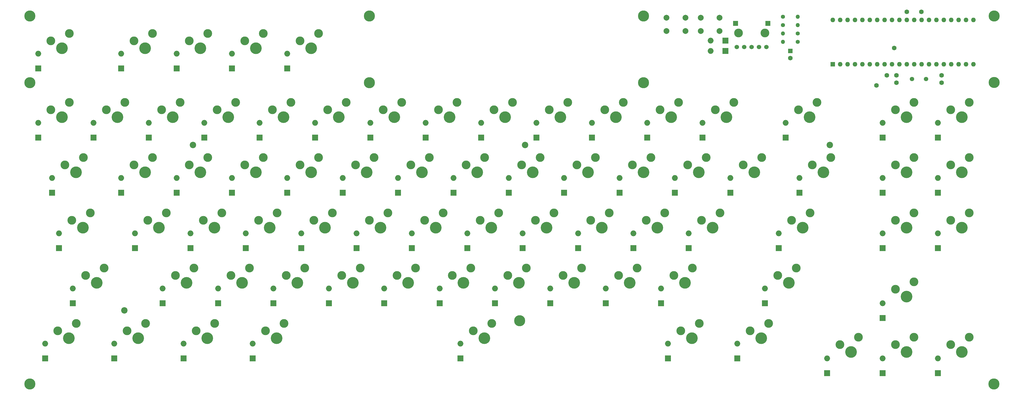
<source format=gbr>
%TF.GenerationSoftware,KiCad,Pcbnew,5.1.8*%
%TF.CreationDate,2021-03-07T21:10:39-03:00*%
%TF.ProjectId,undiscipline-noled,756e6469-7363-4697-906c-696e652d6e6f,rev?*%
%TF.SameCoordinates,Original*%
%TF.FileFunction,Soldermask,Bot*%
%TF.FilePolarity,Negative*%
%FSLAX46Y46*%
G04 Gerber Fmt 4.6, Leading zero omitted, Abs format (unit mm)*
G04 Created by KiCad (PCBNEW 5.1.8) date 2021-03-07 21:10:39*
%MOMM*%
%LPD*%
G01*
G04 APERTURE LIST*
%ADD10C,4.000000*%
%ADD11C,3.000000*%
%ADD12C,3.800000*%
%ADD13C,2.600000*%
%ADD14O,1.400000X1.400000*%
%ADD15C,1.400000*%
%ADD16O,1.600000X1.600000*%
%ADD17R,1.600000X1.600000*%
%ADD18R,1.700000X1.700000*%
%ADD19C,1.524000*%
%ADD20C,1.500000*%
%ADD21C,2.200000*%
%ADD22O,2.000000X2.000000*%
%ADD23R,2.000000X2.000000*%
%ADD24C,2.000000*%
%ADD25C,1.600000*%
G04 APERTURE END LIST*
D10*
%TO.C,SW75*%
X360750000Y-178750000D03*
D11*
X363290000Y-173670000D03*
X356940000Y-176210000D03*
%TD*%
D10*
%TO.C,SW74*%
X341750000Y-178750000D03*
D11*
X344290000Y-173670000D03*
X337940000Y-176210000D03*
%TD*%
D10*
%TO.C,SW73*%
X322750000Y-178750000D03*
D11*
X325290000Y-173670000D03*
X318940000Y-176210000D03*
%TD*%
D10*
%TO.C,SW72*%
X291875000Y-174000000D03*
D11*
X294415000Y-168920000D03*
X288065000Y-171460000D03*
%TD*%
D10*
%TO.C,SW71*%
X268125000Y-174000000D03*
D11*
X270665000Y-168920000D03*
X264315000Y-171460000D03*
%TD*%
D10*
%TO.C,SW70*%
X196875000Y-174000000D03*
D11*
X199415000Y-168920000D03*
X193065000Y-171460000D03*
%TD*%
D10*
%TO.C,SW69*%
X125625000Y-174000000D03*
D11*
X128165000Y-168920000D03*
X121815000Y-171460000D03*
%TD*%
D10*
%TO.C,SW68*%
X101875000Y-174000000D03*
D11*
X104415000Y-168920000D03*
X98065000Y-171460000D03*
%TD*%
D10*
%TO.C,SW67*%
X78125000Y-174000000D03*
D11*
X80665000Y-168920000D03*
X74315000Y-171460000D03*
%TD*%
D10*
%TO.C,SW66*%
X54375000Y-174000000D03*
D11*
X56915000Y-168920000D03*
X50565000Y-171460000D03*
%TD*%
D10*
%TO.C,SW65*%
X341750000Y-159750000D03*
D11*
X344290000Y-154670000D03*
X337940000Y-157210000D03*
%TD*%
D10*
%TO.C,SW64*%
X301375000Y-155000000D03*
D11*
X303915000Y-149920000D03*
X297565000Y-152460000D03*
%TD*%
D10*
%TO.C,SW63*%
X265750000Y-155000000D03*
D11*
X268290000Y-149920000D03*
X261940000Y-152460000D03*
%TD*%
D10*
%TO.C,SW62*%
X246750000Y-155000000D03*
D11*
X249290000Y-149920000D03*
X242940000Y-152460000D03*
%TD*%
D10*
%TO.C,SW61*%
X227750000Y-155000000D03*
D11*
X230290000Y-149920000D03*
X223940000Y-152460000D03*
%TD*%
D10*
%TO.C,SW60*%
X208750000Y-155000000D03*
D11*
X211290000Y-149920000D03*
X204940000Y-152460000D03*
%TD*%
D10*
%TO.C,SW59*%
X189750000Y-155000000D03*
D11*
X192290000Y-149920000D03*
X185940000Y-152460000D03*
%TD*%
D10*
%TO.C,SW58*%
X170750000Y-155000000D03*
D11*
X173290000Y-149920000D03*
X166940000Y-152460000D03*
%TD*%
D10*
%TO.C,SW57*%
X151750000Y-155000000D03*
D11*
X154290000Y-149920000D03*
X147940000Y-152460000D03*
%TD*%
D10*
%TO.C,SW56*%
X132750000Y-155000000D03*
D11*
X135290000Y-149920000D03*
X128940000Y-152460000D03*
%TD*%
D10*
%TO.C,SW55*%
X113750000Y-155000000D03*
D11*
X116290000Y-149920000D03*
X109940000Y-152460000D03*
%TD*%
D10*
%TO.C,SW54*%
X94750000Y-155000000D03*
D11*
X97290000Y-149920000D03*
X90940000Y-152460000D03*
%TD*%
D10*
%TO.C,SW53*%
X63875000Y-155000000D03*
D11*
X66415000Y-149920000D03*
X60065000Y-152460000D03*
%TD*%
D10*
%TO.C,SW52*%
X360750000Y-136000000D03*
D11*
X363290000Y-130920000D03*
X356940000Y-133460000D03*
%TD*%
D10*
%TO.C,SW51*%
X341750000Y-136000000D03*
D11*
X344290000Y-130920000D03*
X337940000Y-133460000D03*
%TD*%
D10*
%TO.C,SW50*%
X306125000Y-136000000D03*
D11*
X308665000Y-130920000D03*
X302315000Y-133460000D03*
%TD*%
D10*
%TO.C,SW49*%
X275250000Y-136000000D03*
D11*
X277790000Y-130920000D03*
X271440000Y-133460000D03*
%TD*%
D10*
%TO.C,SW48*%
X256250000Y-136000000D03*
D11*
X258790000Y-130920000D03*
X252440000Y-133460000D03*
%TD*%
D10*
%TO.C,SW47*%
X237250000Y-136000000D03*
D11*
X239790000Y-130920000D03*
X233440000Y-133460000D03*
%TD*%
D10*
%TO.C,SW46*%
X218250000Y-136000000D03*
D11*
X220790000Y-130920000D03*
X214440000Y-133460000D03*
%TD*%
D10*
%TO.C,SW45*%
X199250000Y-136000000D03*
D11*
X201790000Y-130920000D03*
X195440000Y-133460000D03*
%TD*%
D10*
%TO.C,SW44*%
X180250000Y-136000000D03*
D11*
X182790000Y-130920000D03*
X176440000Y-133460000D03*
%TD*%
D10*
%TO.C,SW43*%
X161250000Y-136000000D03*
D11*
X163790000Y-130920000D03*
X157440000Y-133460000D03*
%TD*%
D10*
%TO.C,SW42*%
X142250000Y-136000000D03*
D11*
X144790000Y-130920000D03*
X138440000Y-133460000D03*
%TD*%
D10*
%TO.C,SW41*%
X123250000Y-136000000D03*
D11*
X125790000Y-130920000D03*
X119440000Y-133460000D03*
%TD*%
D10*
%TO.C,SW40*%
X104250000Y-136000000D03*
D11*
X106790000Y-130920000D03*
X100440000Y-133460000D03*
%TD*%
D10*
%TO.C,SW39*%
X85250000Y-136000000D03*
D11*
X87790000Y-130920000D03*
X81440000Y-133460000D03*
%TD*%
D10*
%TO.C,SW38*%
X59125000Y-136000000D03*
D11*
X61665000Y-130920000D03*
X55315000Y-133460000D03*
%TD*%
D10*
%TO.C,SW37*%
X360750000Y-117000000D03*
D11*
X363290000Y-111920000D03*
X356940000Y-114460000D03*
%TD*%
D10*
%TO.C,SW36*%
X341750000Y-117000000D03*
D11*
X344290000Y-111920000D03*
X337940000Y-114460000D03*
%TD*%
D10*
%TO.C,SW35*%
X313250000Y-117000000D03*
D11*
X315790000Y-111920000D03*
X309440000Y-114460000D03*
%TD*%
D10*
%TO.C,SW34*%
X289500000Y-117000000D03*
D11*
X292040000Y-111920000D03*
X285690000Y-114460000D03*
%TD*%
D10*
%TO.C,SW33*%
X270500000Y-117000000D03*
D11*
X273040000Y-111920000D03*
X266690000Y-114460000D03*
%TD*%
D10*
%TO.C,SW32*%
X251500000Y-117000000D03*
D11*
X254040000Y-111920000D03*
X247690000Y-114460000D03*
%TD*%
D10*
%TO.C,SW31*%
X232500000Y-117000000D03*
D11*
X235040000Y-111920000D03*
X228690000Y-114460000D03*
%TD*%
D10*
%TO.C,SW30*%
X213500000Y-117000000D03*
D11*
X216040000Y-111920000D03*
X209690000Y-114460000D03*
%TD*%
D10*
%TO.C,SW29*%
X194500000Y-117000000D03*
D11*
X197040000Y-111920000D03*
X190690000Y-114460000D03*
%TD*%
D10*
%TO.C,SW28*%
X175500000Y-117000000D03*
D11*
X178040000Y-111920000D03*
X171690000Y-114460000D03*
%TD*%
D10*
%TO.C,SW27*%
X156500000Y-117000000D03*
D11*
X159040000Y-111920000D03*
X152690000Y-114460000D03*
%TD*%
D10*
%TO.C,SW26*%
X137500000Y-117000000D03*
D11*
X140040000Y-111920000D03*
X133690000Y-114460000D03*
%TD*%
D10*
%TO.C,SW25*%
X118500000Y-117000000D03*
D11*
X121040000Y-111920000D03*
X114690000Y-114460000D03*
%TD*%
D10*
%TO.C,SW24*%
X99500000Y-117000000D03*
D11*
X102040000Y-111920000D03*
X95690000Y-114460000D03*
%TD*%
D10*
%TO.C,SW23*%
X80500000Y-117000000D03*
D11*
X83040000Y-111920000D03*
X76690000Y-114460000D03*
%TD*%
D10*
%TO.C,SW22*%
X56750000Y-117000000D03*
D11*
X59290000Y-111920000D03*
X52940000Y-114460000D03*
%TD*%
D10*
%TO.C,SW21*%
X360750000Y-98000000D03*
D11*
X363290000Y-92920000D03*
X356940000Y-95460000D03*
%TD*%
D10*
%TO.C,SW20*%
X341750000Y-98000000D03*
D11*
X344290000Y-92920000D03*
X337940000Y-95460000D03*
%TD*%
D10*
%TO.C,SW19*%
X308500000Y-98000000D03*
D11*
X311040000Y-92920000D03*
X304690000Y-95460000D03*
%TD*%
D10*
%TO.C,SW18*%
X280000000Y-98000000D03*
D11*
X282540000Y-92920000D03*
X276190000Y-95460000D03*
%TD*%
D10*
%TO.C,SW17*%
X261000000Y-98000000D03*
D11*
X263540000Y-92920000D03*
X257190000Y-95460000D03*
%TD*%
D10*
%TO.C,SW16*%
X242000000Y-98000000D03*
D11*
X244540000Y-92920000D03*
X238190000Y-95460000D03*
%TD*%
D10*
%TO.C,SW15*%
X223000000Y-98000000D03*
D11*
X225540000Y-92920000D03*
X219190000Y-95460000D03*
%TD*%
D10*
%TO.C,SW14*%
X204000000Y-98000000D03*
D11*
X206540000Y-92920000D03*
X200190000Y-95460000D03*
%TD*%
D10*
%TO.C,SW13*%
X185000000Y-98000000D03*
D11*
X187540000Y-92920000D03*
X181190000Y-95460000D03*
%TD*%
D10*
%TO.C,SW12*%
X166000000Y-98000000D03*
D11*
X168540000Y-92920000D03*
X162190000Y-95460000D03*
%TD*%
D10*
%TO.C,SW11*%
X147000000Y-98000000D03*
D11*
X149540000Y-92920000D03*
X143190000Y-95460000D03*
%TD*%
D10*
%TO.C,SW10*%
X128000000Y-98000000D03*
D11*
X130540000Y-92920000D03*
X124190000Y-95460000D03*
%TD*%
D10*
%TO.C,SW9*%
X109000000Y-98000000D03*
D11*
X111540000Y-92920000D03*
X105190000Y-95460000D03*
%TD*%
D10*
%TO.C,SW8*%
X90000000Y-98000000D03*
D11*
X92540000Y-92920000D03*
X86190000Y-95460000D03*
%TD*%
D10*
%TO.C,SW7*%
X71000000Y-98000000D03*
D11*
X73540000Y-92920000D03*
X67190000Y-95460000D03*
%TD*%
D10*
%TO.C,SW6*%
X52000000Y-98000000D03*
D11*
X54540000Y-92920000D03*
X48190000Y-95460000D03*
%TD*%
D10*
%TO.C,SW5*%
X137500000Y-74250000D03*
D11*
X140040000Y-69170000D03*
X133690000Y-71710000D03*
%TD*%
D10*
%TO.C,SW4*%
X118500000Y-74250000D03*
D11*
X121040000Y-69170000D03*
X114690000Y-71710000D03*
%TD*%
D10*
%TO.C,SW3*%
X99500000Y-74250000D03*
D11*
X102040000Y-69170000D03*
X95690000Y-71710000D03*
%TD*%
D10*
%TO.C,SW2*%
X80500000Y-74250000D03*
D11*
X83040000Y-69170000D03*
X76690000Y-71710000D03*
%TD*%
D10*
%TO.C,SW1*%
X52000000Y-74250000D03*
D11*
X54540000Y-69170000D03*
X48190000Y-71710000D03*
%TD*%
D12*
%TO.C,H11*%
X251546666Y-63230000D03*
D13*
X251546666Y-63230000D03*
%TD*%
D12*
%TO.C,H10*%
X251546666Y-86125000D03*
D13*
X251546666Y-86125000D03*
%TD*%
D14*
%TO.C,R4*%
X304480000Y-63453000D03*
D15*
X299400000Y-63453000D03*
%TD*%
D12*
%TO.C,H9*%
X209000000Y-168000000D03*
D13*
X209000000Y-168000000D03*
%TD*%
D12*
%TO.C,H8*%
X371770000Y-189770000D03*
D13*
X371770000Y-189770000D03*
%TD*%
D12*
%TO.C,H7*%
X157453333Y-86125000D03*
D13*
X157453333Y-86125000D03*
%TD*%
D12*
%TO.C,H6*%
X371830000Y-86065000D03*
D13*
X371830000Y-86065000D03*
%TD*%
D12*
%TO.C,H5*%
X371830000Y-63230000D03*
D13*
X371830000Y-63230000D03*
%TD*%
D12*
%TO.C,H4*%
X40980000Y-86125000D03*
D13*
X40980000Y-86125000D03*
%TD*%
D12*
%TO.C,H3*%
X157453333Y-63230000D03*
D13*
X157453333Y-63230000D03*
%TD*%
D12*
%TO.C,H2*%
X40980000Y-63230000D03*
D13*
X40980000Y-63230000D03*
%TD*%
D12*
%TO.C,H1*%
X40980000Y-189770000D03*
D13*
X40980000Y-189770000D03*
%TD*%
D16*
%TO.C,U1*%
X316500000Y-64560000D03*
X364760000Y-79800000D03*
X319040000Y-64560000D03*
X362220000Y-79800000D03*
X321580000Y-64560000D03*
X359680000Y-79800000D03*
X324120000Y-64560000D03*
X357140000Y-79800000D03*
X326660000Y-64560000D03*
X354600000Y-79800000D03*
X329200000Y-64560000D03*
X352060000Y-79800000D03*
X331740000Y-64560000D03*
X349520000Y-79800000D03*
X334280000Y-64560000D03*
X346980000Y-79800000D03*
X336820000Y-64560000D03*
X344440000Y-79800000D03*
X339360000Y-64560000D03*
X341900000Y-79800000D03*
X341900000Y-64560000D03*
X339360000Y-79800000D03*
X344440000Y-64560000D03*
X336820000Y-79800000D03*
X346980000Y-64560000D03*
X334280000Y-79800000D03*
X349520000Y-64560000D03*
X331740000Y-79800000D03*
X352060000Y-64560000D03*
X329200000Y-79800000D03*
X354600000Y-64560000D03*
X326660000Y-79800000D03*
X357140000Y-64560000D03*
X324120000Y-79800000D03*
X359680000Y-64560000D03*
X321580000Y-79800000D03*
X362220000Y-64560000D03*
X319040000Y-79800000D03*
X364760000Y-64560000D03*
D17*
X316500000Y-79800000D03*
%TD*%
D11*
%TO.C,J2*%
X284150000Y-69050000D03*
X293150000Y-69050000D03*
D18*
X294200000Y-65730000D03*
X283100000Y-65730000D03*
D19*
X293730000Y-73860000D03*
X291190000Y-73860000D03*
X288650000Y-73860000D03*
X286110000Y-73860000D03*
X283570000Y-73860000D03*
%TD*%
D20*
%TO.C,Y1*%
X343620000Y-84856000D03*
X348500000Y-84856000D03*
%TD*%
D21*
%TO.C,REF\u002A\u002A*%
X73380000Y-164500000D03*
%TD*%
%TO.C,REF\u002A\u002A*%
X315450000Y-107600000D03*
%TD*%
%TO.C,REF\u002A\u002A*%
X210900000Y-107600000D03*
%TD*%
%TO.C,REF\u002A\u002A*%
X96900000Y-107600000D03*
%TD*%
D22*
%TO.C,D5*%
X129300000Y-76170000D03*
D23*
X129300000Y-81250000D03*
%TD*%
D22*
%TO.C,D4*%
X110300000Y-76170000D03*
D23*
X110300000Y-81250000D03*
%TD*%
D22*
%TO.C,D3*%
X91300000Y-76170000D03*
D23*
X91300000Y-81250000D03*
%TD*%
D22*
%TO.C,D2*%
X72300000Y-76170000D03*
D23*
X72300000Y-81250000D03*
%TD*%
D22*
%TO.C,D1*%
X43800000Y-76170000D03*
D23*
X43800000Y-81250000D03*
%TD*%
D22*
%TO.C,D75*%
X352550000Y-180970000D03*
D23*
X352550000Y-186050000D03*
%TD*%
D22*
%TO.C,D74*%
X333550000Y-180970000D03*
D23*
X333550000Y-186050000D03*
%TD*%
D22*
%TO.C,D73*%
X314550000Y-180970000D03*
D23*
X314550000Y-186050000D03*
%TD*%
D22*
%TO.C,D72*%
X283675000Y-175920000D03*
D23*
X283675000Y-181000000D03*
%TD*%
D22*
%TO.C,D71*%
X259925000Y-175920000D03*
D23*
X259925000Y-181000000D03*
%TD*%
D22*
%TO.C,D70*%
X188675000Y-175920000D03*
D23*
X188675000Y-181000000D03*
%TD*%
D22*
%TO.C,D69*%
X117425000Y-175920000D03*
D23*
X117425000Y-181000000D03*
%TD*%
D22*
%TO.C,D68*%
X93675000Y-175920000D03*
D23*
X93675000Y-181000000D03*
%TD*%
D22*
%TO.C,D67*%
X69925000Y-175920000D03*
D23*
X69925000Y-181000000D03*
%TD*%
D22*
%TO.C,D66*%
X46175000Y-175920000D03*
D23*
X46175000Y-181000000D03*
%TD*%
D22*
%TO.C,D65*%
X333550000Y-161970000D03*
D23*
X333550000Y-167050000D03*
%TD*%
D22*
%TO.C,D64*%
X293175000Y-156920000D03*
D23*
X293175000Y-162000000D03*
%TD*%
D22*
%TO.C,D63*%
X257550000Y-156920000D03*
D23*
X257550000Y-162000000D03*
%TD*%
D22*
%TO.C,D62*%
X238550000Y-156920000D03*
D23*
X238550000Y-162000000D03*
%TD*%
D22*
%TO.C,D61*%
X219550000Y-156920000D03*
D23*
X219550000Y-162000000D03*
%TD*%
D22*
%TO.C,D60*%
X200550000Y-156920000D03*
D23*
X200550000Y-162000000D03*
%TD*%
D22*
%TO.C,D59*%
X181550000Y-156920000D03*
D23*
X181550000Y-162000000D03*
%TD*%
D22*
%TO.C,D58*%
X162550000Y-156920000D03*
D23*
X162550000Y-162000000D03*
%TD*%
D22*
%TO.C,D57*%
X143550000Y-156920000D03*
D23*
X143550000Y-162000000D03*
%TD*%
D22*
%TO.C,D56*%
X124550000Y-156920000D03*
D23*
X124550000Y-162000000D03*
%TD*%
D22*
%TO.C,D55*%
X105550000Y-156920000D03*
D23*
X105550000Y-162000000D03*
%TD*%
D22*
%TO.C,D54*%
X86550000Y-156920000D03*
D23*
X86550000Y-162000000D03*
%TD*%
D22*
%TO.C,D53*%
X55675000Y-156920000D03*
D23*
X55675000Y-162000000D03*
%TD*%
D22*
%TO.C,D52*%
X352550000Y-137920000D03*
D23*
X352550000Y-143000000D03*
%TD*%
D22*
%TO.C,D51*%
X333550000Y-137920000D03*
D23*
X333550000Y-143000000D03*
%TD*%
D22*
%TO.C,D50*%
X297925000Y-137920000D03*
D23*
X297925000Y-143000000D03*
%TD*%
D22*
%TO.C,D49*%
X267050000Y-137920000D03*
D23*
X267050000Y-143000000D03*
%TD*%
D22*
%TO.C,D48*%
X248050000Y-137920000D03*
D23*
X248050000Y-143000000D03*
%TD*%
D22*
%TO.C,D47*%
X229050000Y-137920000D03*
D23*
X229050000Y-143000000D03*
%TD*%
D22*
%TO.C,D46*%
X210050000Y-137920000D03*
D23*
X210050000Y-143000000D03*
%TD*%
D22*
%TO.C,D45*%
X191050000Y-137920000D03*
D23*
X191050000Y-143000000D03*
%TD*%
D22*
%TO.C,D44*%
X172050000Y-137920000D03*
D23*
X172050000Y-143000000D03*
%TD*%
D22*
%TO.C,D43*%
X153050000Y-137920000D03*
D23*
X153050000Y-143000000D03*
%TD*%
D22*
%TO.C,D42*%
X134050000Y-137920000D03*
D23*
X134050000Y-143000000D03*
%TD*%
D22*
%TO.C,D41*%
X115050000Y-137920000D03*
D23*
X115050000Y-143000000D03*
%TD*%
D22*
%TO.C,D40*%
X96050000Y-137920000D03*
D23*
X96050000Y-143000000D03*
%TD*%
D22*
%TO.C,D39*%
X77050000Y-137920000D03*
D23*
X77050000Y-143000000D03*
%TD*%
D22*
%TO.C,D38*%
X50925000Y-137920000D03*
D23*
X50925000Y-143000000D03*
%TD*%
D22*
%TO.C,D37*%
X352550000Y-118920000D03*
D23*
X352550000Y-124000000D03*
%TD*%
D22*
%TO.C,D36*%
X333550000Y-118920000D03*
D23*
X333550000Y-124000000D03*
%TD*%
D22*
%TO.C,D35*%
X305050000Y-118920000D03*
D23*
X305050000Y-124000000D03*
%TD*%
D22*
%TO.C,D34*%
X281300000Y-118920000D03*
D23*
X281300000Y-124000000D03*
%TD*%
D22*
%TO.C,D33*%
X262300000Y-118920000D03*
D23*
X262300000Y-124000000D03*
%TD*%
D22*
%TO.C,D32*%
X243300000Y-118920000D03*
D23*
X243300000Y-124000000D03*
%TD*%
D22*
%TO.C,D31*%
X224300000Y-118920000D03*
D23*
X224300000Y-124000000D03*
%TD*%
D22*
%TO.C,D30*%
X205300000Y-118920000D03*
D23*
X205300000Y-124000000D03*
%TD*%
D22*
%TO.C,D29*%
X186300000Y-118920000D03*
D23*
X186300000Y-124000000D03*
%TD*%
D22*
%TO.C,D28*%
X167300000Y-118920000D03*
D23*
X167300000Y-124000000D03*
%TD*%
D22*
%TO.C,D27*%
X148300000Y-118920000D03*
D23*
X148300000Y-124000000D03*
%TD*%
D22*
%TO.C,D26*%
X129300000Y-118920000D03*
D23*
X129300000Y-124000000D03*
%TD*%
D22*
%TO.C,D25*%
X110300000Y-118920000D03*
D23*
X110300000Y-124000000D03*
%TD*%
D22*
%TO.C,D24*%
X91300000Y-118920000D03*
D23*
X91300000Y-124000000D03*
%TD*%
D22*
%TO.C,D23*%
X72300000Y-118920000D03*
D23*
X72300000Y-124000000D03*
%TD*%
D22*
%TO.C,D22*%
X48550000Y-118920000D03*
D23*
X48550000Y-124000000D03*
%TD*%
D22*
%TO.C,D21*%
X352550000Y-99920000D03*
D23*
X352550000Y-105000000D03*
%TD*%
D22*
%TO.C,D20*%
X333550000Y-99920000D03*
D23*
X333550000Y-105000000D03*
%TD*%
D22*
%TO.C,D19*%
X300300000Y-99920000D03*
D23*
X300300000Y-105000000D03*
%TD*%
D22*
%TO.C,D18*%
X271800000Y-99920000D03*
D23*
X271800000Y-105000000D03*
%TD*%
D22*
%TO.C,D17*%
X252800000Y-99920000D03*
D23*
X252800000Y-105000000D03*
%TD*%
D22*
%TO.C,D16*%
X233800000Y-99920000D03*
D23*
X233800000Y-105000000D03*
%TD*%
D22*
%TO.C,D15*%
X214800000Y-99920000D03*
D23*
X214800000Y-105000000D03*
%TD*%
D22*
%TO.C,D14*%
X195800000Y-99920000D03*
D23*
X195800000Y-105000000D03*
%TD*%
D22*
%TO.C,D13*%
X176800000Y-99920000D03*
D23*
X176800000Y-105000000D03*
%TD*%
D22*
%TO.C,D12*%
X157800000Y-99920000D03*
D23*
X157800000Y-105000000D03*
%TD*%
D22*
%TO.C,D11*%
X138800000Y-99920000D03*
D23*
X138800000Y-105000000D03*
%TD*%
D22*
%TO.C,D10*%
X119800000Y-99920000D03*
D23*
X119800000Y-105000000D03*
%TD*%
D22*
%TO.C,D9*%
X100800000Y-99920000D03*
D23*
X100800000Y-105000000D03*
%TD*%
D22*
%TO.C,D8*%
X81800000Y-99920000D03*
D23*
X81800000Y-105000000D03*
%TD*%
D22*
%TO.C,D7*%
X62800000Y-99920000D03*
D23*
X62800000Y-105000000D03*
%TD*%
D22*
%TO.C,D6*%
X43800000Y-99920000D03*
D23*
X43800000Y-105000000D03*
%TD*%
D15*
%TO.C,R3*%
X299400000Y-66328000D03*
D14*
X304480000Y-66328000D03*
%TD*%
D22*
%TO.C,D77*%
X274574000Y-75184000D03*
D23*
X279654000Y-75184000D03*
%TD*%
D22*
%TO.C,D76*%
X274574000Y-71628000D03*
D23*
X279654000Y-71628000D03*
%TD*%
D24*
%TO.C,SW_RESET1*%
X265888000Y-63832000D03*
X265888000Y-68332000D03*
X259388000Y-63832000D03*
X259388000Y-68332000D03*
%TD*%
%TO.C,SW_BOOT1*%
X277638000Y-63832000D03*
X277638000Y-68332000D03*
X271138000Y-63832000D03*
X271138000Y-68332000D03*
%TD*%
D15*
%TO.C,R2*%
X304480000Y-69203000D03*
D14*
X299400000Y-69203000D03*
%TD*%
D15*
%TO.C,R1*%
X304480000Y-72078000D03*
D14*
X299400000Y-72078000D03*
%TD*%
D25*
%TO.C,C5*%
X346884000Y-61722000D03*
X341884000Y-61722000D03*
%TD*%
%TO.C,C4*%
X331490466Y-87101534D03*
X335026000Y-83566000D03*
%TD*%
%TO.C,C3*%
X301940000Y-77684000D03*
D17*
X301940000Y-75184000D03*
%TD*%
D25*
%TO.C,C2*%
X338328000Y-83606000D03*
X338328000Y-86106000D03*
%TD*%
%TO.C,C1*%
X353822000Y-83606000D03*
X353822000Y-86106000D03*
%TD*%
X337566000Y-74168000D03*
M02*

</source>
